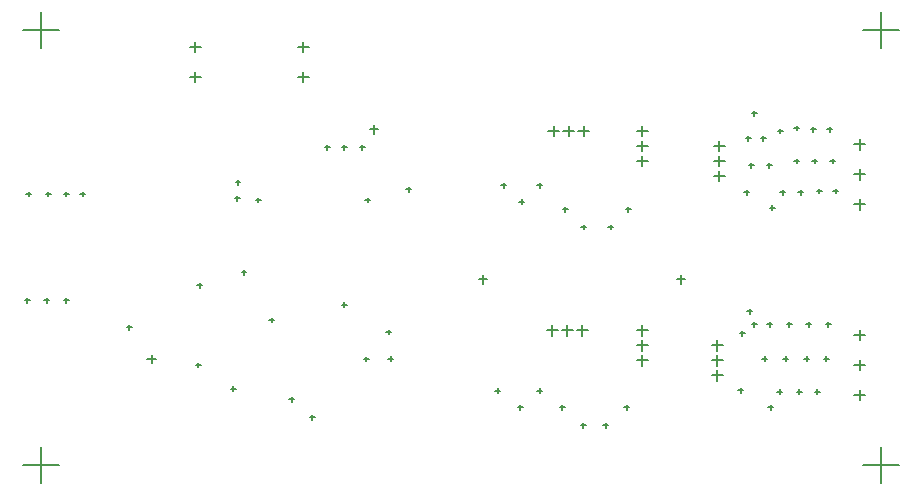
<source format=gbr>
%TF.GenerationSoftware,Altium Limited,Altium Designer,22.7.1 (60)*%
G04 Layer_Color=128*
%FSLAX45Y45*%
%MOMM*%
%TF.SameCoordinates,8DF05635-03F1-411C-9BC5-7CD19558B576*%
%TF.FilePolarity,Positive*%
%TF.FileFunction,Drillmap*%
%TF.Part,Single*%
G01*
G75*
%TA.AperFunction,NonConductor*%
%ADD28C,0.12700*%
D28*
X9683200Y5511800D02*
X9773200D01*
X9728200Y5466800D02*
Y5556800D01*
X9683200Y5257800D02*
X9773200D01*
X9728200Y5212800D02*
Y5302800D01*
X9683200Y5003800D02*
X9773200D01*
X9728200Y4958800D02*
Y5048800D01*
X9683200Y3898900D02*
X9773200D01*
X9728200Y3853900D02*
Y3943900D01*
X9683200Y3644900D02*
X9773200D01*
X9728200Y3599900D02*
Y3689900D01*
X9683200Y3390900D02*
X9773200D01*
X9728200Y3345900D02*
Y3435900D01*
X2641600Y6477000D02*
X2946400D01*
X2794000Y6324600D02*
Y6629400D01*
X2641600Y2794000D02*
X2946400D01*
X2794000Y2641600D02*
Y2946400D01*
X9753600Y2794000D02*
X10058400D01*
X9906000Y2641600D02*
Y2946400D01*
X9753600Y6477000D02*
X10058400D01*
X9906000Y6324600D02*
Y6629400D01*
X8494626Y5245100D02*
X8584626D01*
X8539626Y5200100D02*
Y5290100D01*
X8494626Y5372100D02*
X8584626D01*
X8539626Y5327100D02*
Y5417100D01*
X8494626Y5499100D02*
X8584626D01*
X8539626Y5454100D02*
Y5544100D01*
X8476700Y3556000D02*
X8566700D01*
X8521700Y3511000D02*
Y3601000D01*
X8476700Y3683000D02*
X8566700D01*
X8521700Y3638000D02*
Y3728000D01*
X8476700Y3810000D02*
X8566700D01*
X8521700Y3765000D02*
Y3855000D01*
X7079700Y3937000D02*
X7169700D01*
X7124700Y3892000D02*
Y3982000D01*
X7206700Y3937000D02*
X7296700D01*
X7251700Y3892000D02*
Y3982000D01*
X7333700Y3937000D02*
X7423700D01*
X7378700Y3892000D02*
Y3982000D01*
X7841700Y3683000D02*
X7931700D01*
X7886700Y3638000D02*
Y3728000D01*
X7841700Y3810000D02*
X7931700D01*
X7886700Y3765000D02*
Y3855000D01*
X7841700Y3937000D02*
X7931700D01*
X7886700Y3892000D02*
Y3982000D01*
X7346400Y5626100D02*
X7436400D01*
X7391400Y5581100D02*
Y5671100D01*
X7219400Y5626100D02*
X7309400D01*
X7264400Y5581100D02*
Y5671100D01*
X7092400Y5626100D02*
X7182400D01*
X7137400Y5581100D02*
Y5671100D01*
X7841700Y5372100D02*
X7931700D01*
X7886700Y5327100D02*
Y5417100D01*
X7841700Y5499100D02*
X7931700D01*
X7886700Y5454100D02*
Y5544100D01*
X7841700Y5626100D02*
X7931700D01*
X7886700Y5581100D02*
Y5671100D01*
X4971500Y6083300D02*
X5061500D01*
X5016500Y6038300D02*
Y6128300D01*
X4971500Y6337300D02*
X5061500D01*
X5016500Y6292300D02*
Y6382300D01*
X4057100Y6083300D02*
X4147100D01*
X4102100Y6038300D02*
Y6128300D01*
X4057100Y6337300D02*
X4147100D01*
X4102100Y6292300D02*
Y6382300D01*
X3698240Y3695700D02*
X3769360D01*
X3733800Y3660140D02*
Y3731260D01*
X4495661Y4427860D02*
X4536301D01*
X4515981Y4407540D02*
Y4448180D01*
X4444861Y5189860D02*
X4485501D01*
X4465181Y5169540D02*
Y5210180D01*
X9504680Y5118100D02*
X9545320D01*
X9525000Y5097780D02*
Y5138420D01*
X8750540Y5106111D02*
X8791180D01*
X8770860Y5085791D02*
Y5126431D01*
X9364980Y5118100D02*
X9405620D01*
X9385300Y5097780D02*
Y5138420D01*
X9207740Y5106111D02*
X9248380D01*
X9228060Y5085791D02*
Y5126431D01*
X9055340Y5106111D02*
X9095980D01*
X9075660Y5085791D02*
Y5126431D01*
X9479280Y5372100D02*
X9519920D01*
X9499600Y5351780D02*
Y5392420D01*
X9326880Y5372100D02*
X9367520D01*
X9347200Y5351780D02*
Y5392420D01*
X9174480Y5372100D02*
X9215120D01*
X9194800Y5351780D02*
Y5392420D01*
X8941040Y5334711D02*
X8981680D01*
X8961360Y5314391D02*
Y5355031D01*
X8788640Y5334711D02*
X8829280D01*
X8808960Y5314391D02*
Y5355031D01*
X9453880Y5638800D02*
X9494520D01*
X9474200Y5618480D02*
Y5659120D01*
X9314180Y5638800D02*
X9354820D01*
X9334500Y5618480D02*
Y5659120D01*
X9174480Y5651500D02*
X9215120D01*
X9194800Y5631180D02*
Y5671820D01*
X9034780Y5626100D02*
X9075420D01*
X9055100Y5605780D02*
Y5646420D01*
X8890240Y5563311D02*
X8930880D01*
X8910560Y5542991D02*
Y5583631D01*
X8763240Y5563311D02*
X8803880D01*
X8783560Y5542991D02*
Y5583631D01*
X8699740Y3429711D02*
X8740380D01*
X8720060Y3409391D02*
Y3450031D01*
X8814040Y3988511D02*
X8854680D01*
X8834360Y3968191D02*
Y4008831D01*
X8712440Y3912311D02*
X8753080D01*
X8732760Y3891991D02*
Y3932631D01*
X9347440Y3417011D02*
X9388080D01*
X9367760Y3396691D02*
Y3437331D01*
X9195040Y3417011D02*
X9235680D01*
X9215360Y3396691D02*
Y3437331D01*
X9029940Y3417011D02*
X9070580D01*
X9050260Y3396691D02*
Y3437331D01*
X9276080Y3987800D02*
X9316720D01*
X9296400Y3967480D02*
Y4008120D01*
X9423640Y3696411D02*
X9464280D01*
X9443960Y3676091D02*
Y3716731D01*
X9258540Y3696411D02*
X9299180D01*
X9278860Y3676091D02*
Y3716731D01*
X9080740Y3696411D02*
X9121380D01*
X9101060Y3676091D02*
Y3716731D01*
X8902940Y3696411D02*
X8943580D01*
X8923260Y3676091D02*
Y3716731D01*
X9441180Y3987800D02*
X9481820D01*
X9461500Y3967480D02*
Y4008120D01*
X9110980Y3987800D02*
X9151620D01*
X9131300Y3967480D02*
Y4008120D01*
X3523280Y3962400D02*
X3563920D01*
X3543600Y3942080D02*
Y3982720D01*
X8814124Y5776296D02*
X8854764D01*
X8834444Y5755976D02*
Y5796616D01*
X6998024Y3426796D02*
X7038664D01*
X7018344Y3406476D02*
Y3447116D01*
X6642424Y3426796D02*
X6683064D01*
X6662744Y3406476D02*
Y3447116D01*
X6832924Y3287096D02*
X6873564D01*
X6853244Y3266776D02*
Y3307416D01*
X7734624Y3287096D02*
X7775264D01*
X7754944Y3266776D02*
Y3307416D01*
X7188524Y3287096D02*
X7229164D01*
X7208844Y3266776D02*
Y3307416D01*
X7366324Y3134696D02*
X7406964D01*
X7386644Y3114376D02*
Y3155016D01*
X7556824Y3134696D02*
X7597464D01*
X7577144Y3114376D02*
Y3155016D01*
X8953824Y3287096D02*
X8994464D01*
X8974144Y3266776D02*
Y3307416D01*
X8776024Y4099896D02*
X8816664D01*
X8796344Y4079576D02*
Y4120216D01*
X8945880Y3987800D02*
X8986520D01*
X8966200Y3967480D02*
Y4008120D01*
X8966524Y4976196D02*
X9007164D01*
X8986844Y4955876D02*
Y4996516D01*
X7371080Y4813300D02*
X7411720D01*
X7391400Y4792980D02*
Y4833620D01*
X7599680Y4813300D02*
X7640320D01*
X7620000Y4792980D02*
Y4833620D01*
X7747324Y4963496D02*
X7787964D01*
X7767644Y4943176D02*
Y4983816D01*
X7213924Y4963496D02*
X7254564D01*
X7234244Y4943176D02*
Y4983816D01*
X6998024Y5166696D02*
X7038664D01*
X7018344Y5146376D02*
Y5187016D01*
X6845624Y5026996D02*
X6886264D01*
X6865944Y5006676D02*
Y5047316D01*
X6693224Y5166696D02*
X6733864D01*
X6713544Y5146376D02*
Y5187016D01*
X5199680Y5486400D02*
X5240320D01*
X5220000Y5466080D02*
Y5506720D01*
X5496311Y5486933D02*
X5536951D01*
X5516631Y5466613D02*
Y5507253D01*
X5343911Y5486933D02*
X5384551D01*
X5364231Y5466613D02*
Y5507253D01*
X4437380Y5054600D02*
X4478020D01*
X4457700Y5034280D02*
Y5074920D01*
X4615180Y5041900D02*
X4655820D01*
X4635500Y5021580D02*
Y5062220D01*
X5890011Y5131333D02*
X5930651D01*
X5910331Y5111013D02*
Y5151653D01*
X5343611Y4153433D02*
X5384251D01*
X5363931Y4133113D02*
Y4173753D01*
X5737311Y3696233D02*
X5777951D01*
X5757631Y3675913D02*
Y3716553D01*
X5719780Y3924300D02*
X5760420D01*
X5740100Y3903980D02*
Y3944620D01*
X4899111Y3353333D02*
X4939751D01*
X4919431Y3333013D02*
Y3373653D01*
X5072380Y3200400D02*
X5113020D01*
X5092700Y3180080D02*
Y3220720D01*
X4404111Y3442233D02*
X4444751D01*
X4424431Y3421913D02*
Y3462553D01*
X3129280Y5092700D02*
X3169920D01*
X3149600Y5072380D02*
Y5113020D01*
X2659380Y4191000D02*
X2700020D01*
X2679700Y4170680D02*
Y4211320D01*
X2824480Y4191000D02*
X2865120D01*
X2844800Y4170680D02*
Y4211320D01*
X2989580Y4191000D02*
X3030220D01*
X3009900Y4170680D02*
Y4211320D01*
X2989580Y5092700D02*
X3030220D01*
X3009900Y5072380D02*
Y5113020D01*
X2837180Y5092700D02*
X2877820D01*
X2857500Y5072380D02*
Y5113020D01*
X2672080Y5092700D02*
X2712720D01*
X2692400Y5072380D02*
Y5113020D01*
X5542580Y5041900D02*
X5583220D01*
X5562900Y5021580D02*
Y5062220D01*
X5578140Y5638800D02*
X5649260D01*
X5613700Y5603240D02*
Y5674360D01*
X4107480Y3644900D02*
X4148120D01*
X4127800Y3624580D02*
Y3665220D01*
X4729480Y4025900D02*
X4770120D01*
X4749800Y4005580D02*
Y4046220D01*
X5529580Y3695700D02*
X5570220D01*
X5549900Y3675380D02*
Y3716020D01*
X4120180Y4319270D02*
X4160820D01*
X4140500Y4298950D02*
Y4339590D01*
X6504940Y4368800D02*
X6576060D01*
X6540500Y4333240D02*
Y4404360D01*
X8181340Y4368800D02*
X8252460D01*
X8216900Y4333240D02*
Y4404360D01*
%TF.MD5,58b4218edaf0ac77c55aeaea1ab889a1*%
M02*

</source>
